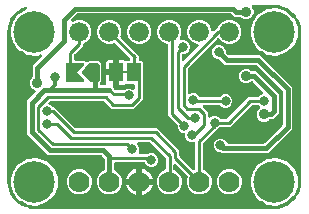
<source format=gbr>
G04 EAGLE Gerber RS-274X export*
G75*
%MOMM*%
%FSLAX34Y34*%
%LPD*%
%INBottom Copper*%
%IPPOS*%
%AMOC8*
5,1,8,0,0,1.08239X$1,22.5*%
G01*
%ADD10C,1.676400*%
%ADD11R,1.168400X1.600200*%
%ADD12R,0.635000X0.203200*%
%ADD13C,1.778000*%
%ADD14C,3.516000*%
%ADD15C,0.381000*%
%ADD16C,0.800100*%
%ADD17C,0.406400*%
%ADD18C,0.254000*%
%ADD19C,0.304800*%
%ADD20C,0.889000*%

G36*
X228622Y2543D02*
X228622Y2543D01*
X228700Y2545D01*
X232077Y2810D01*
X232145Y2824D01*
X232214Y2829D01*
X232370Y2869D01*
X238794Y4956D01*
X238901Y5006D01*
X239012Y5050D01*
X239063Y5083D01*
X239082Y5091D01*
X239097Y5104D01*
X239148Y5136D01*
X244612Y9107D01*
X244699Y9188D01*
X244746Y9227D01*
X244752Y9231D01*
X244753Y9232D01*
X244791Y9264D01*
X244829Y9310D01*
X244844Y9324D01*
X244855Y9342D01*
X244893Y9388D01*
X246586Y11717D01*
X246599Y11741D01*
X246616Y11761D01*
X246675Y11880D01*
X246739Y11996D01*
X246746Y12022D01*
X246758Y12046D01*
X246785Y12174D01*
X246799Y12185D01*
X246823Y12196D01*
X246925Y12281D01*
X247031Y12361D01*
X247048Y12381D01*
X247068Y12398D01*
X247171Y12522D01*
X248864Y14852D01*
X248921Y14956D01*
X248985Y15056D01*
X249007Y15113D01*
X249017Y15131D01*
X249022Y15151D01*
X249044Y15206D01*
X251131Y21630D01*
X251144Y21698D01*
X251167Y21764D01*
X251190Y21923D01*
X251455Y25300D01*
X251455Y25304D01*
X251456Y25307D01*
X251455Y25326D01*
X251459Y25400D01*
X251459Y152400D01*
X251457Y152422D01*
X251455Y152500D01*
X251190Y155877D01*
X251176Y155945D01*
X251171Y156014D01*
X251131Y156170D01*
X249044Y162594D01*
X248993Y162701D01*
X248950Y162812D01*
X248917Y162863D01*
X248909Y162882D01*
X248896Y162897D01*
X248864Y162948D01*
X247171Y165277D01*
X247153Y165297D01*
X247139Y165320D01*
X247044Y165413D01*
X246953Y165509D01*
X246931Y165524D01*
X246912Y165542D01*
X246798Y165608D01*
X246792Y165624D01*
X246789Y165651D01*
X246740Y165775D01*
X246697Y165900D01*
X246682Y165922D01*
X246672Y165947D01*
X246586Y166083D01*
X244893Y168412D01*
X244812Y168499D01*
X244736Y168591D01*
X244690Y168629D01*
X244676Y168644D01*
X244658Y168655D01*
X244612Y168693D01*
X239148Y172664D01*
X239044Y172721D01*
X238944Y172785D01*
X238887Y172807D01*
X238869Y172817D01*
X238849Y172822D01*
X238794Y172844D01*
X232370Y174931D01*
X232302Y174944D01*
X232236Y174967D01*
X232077Y174990D01*
X228700Y175255D01*
X228678Y175254D01*
X228600Y175259D01*
X210622Y175259D01*
X210484Y175242D01*
X210345Y175229D01*
X210326Y175222D01*
X210306Y175219D01*
X210177Y175168D01*
X210046Y175121D01*
X210029Y175110D01*
X210010Y175102D01*
X209898Y175021D01*
X209783Y174943D01*
X209769Y174927D01*
X209753Y174916D01*
X209664Y174808D01*
X209572Y174704D01*
X209563Y174686D01*
X209550Y174671D01*
X209491Y174545D01*
X209428Y174421D01*
X209423Y174401D01*
X209415Y174383D01*
X209389Y174247D01*
X209358Y174111D01*
X209359Y174090D01*
X209355Y174071D01*
X209364Y173932D01*
X209368Y173793D01*
X209373Y173773D01*
X209375Y173753D01*
X209418Y173621D01*
X209456Y173487D01*
X209467Y173470D01*
X209473Y173451D01*
X209547Y173333D01*
X209618Y173213D01*
X209636Y173192D01*
X209643Y173182D01*
X209658Y173168D01*
X209724Y173092D01*
X210064Y172753D01*
X211011Y170466D01*
X211011Y167989D01*
X210064Y165702D01*
X208313Y163951D01*
X206026Y163004D01*
X203549Y163004D01*
X201262Y163951D01*
X200422Y164791D01*
X200344Y164852D01*
X200272Y164920D01*
X200219Y164949D01*
X200171Y164986D01*
X200080Y165025D01*
X199993Y165073D01*
X199935Y165088D01*
X199879Y165112D01*
X199781Y165128D01*
X199685Y165153D01*
X199585Y165159D01*
X199565Y165162D01*
X199553Y165161D01*
X199525Y165163D01*
X194849Y165163D01*
X192363Y167649D01*
X192285Y167709D01*
X192213Y167777D01*
X192160Y167806D01*
X192112Y167843D01*
X192021Y167883D01*
X191934Y167931D01*
X191876Y167946D01*
X191820Y167970D01*
X191722Y167985D01*
X191626Y168010D01*
X191526Y168016D01*
X191506Y168020D01*
X191494Y168018D01*
X191466Y168020D01*
X62026Y168020D01*
X61928Y168008D01*
X61829Y168005D01*
X61771Y167988D01*
X61711Y167980D01*
X61619Y167944D01*
X61524Y167916D01*
X61472Y167886D01*
X61415Y167863D01*
X61335Y167805D01*
X61250Y167755D01*
X61174Y167689D01*
X61158Y167677D01*
X61150Y167667D01*
X61129Y167649D01*
X56708Y163228D01*
X56665Y163172D01*
X56615Y163124D01*
X56568Y163047D01*
X56513Y162976D01*
X56485Y162912D01*
X56449Y162853D01*
X56423Y162767D01*
X56387Y162685D01*
X56376Y162616D01*
X56355Y162549D01*
X56351Y162459D01*
X56337Y162370D01*
X56344Y162301D01*
X56340Y162231D01*
X56358Y162143D01*
X56367Y162054D01*
X56390Y161988D01*
X56404Y161920D01*
X56444Y161839D01*
X56474Y161755D01*
X56514Y161697D01*
X56544Y161634D01*
X56603Y161566D01*
X56653Y161491D01*
X56705Y161445D01*
X56751Y161392D01*
X56824Y161340D01*
X56891Y161281D01*
X56953Y161249D01*
X57011Y161209D01*
X57095Y161177D01*
X57175Y161136D01*
X57243Y161121D01*
X57308Y161096D01*
X57397Y161086D01*
X57485Y161067D01*
X57555Y161069D01*
X57624Y161061D01*
X57713Y161074D01*
X57803Y161076D01*
X57870Y161096D01*
X57939Y161105D01*
X58091Y161158D01*
X61479Y162561D01*
X65521Y162561D01*
X69256Y161014D01*
X72114Y158156D01*
X73661Y154421D01*
X73661Y150379D01*
X72114Y146644D01*
X69256Y143786D01*
X67586Y143095D01*
X67561Y143080D01*
X67533Y143071D01*
X67423Y143001D01*
X67310Y142937D01*
X67289Y142917D01*
X67264Y142901D01*
X67175Y142806D01*
X67082Y142716D01*
X67066Y142691D01*
X67046Y142669D01*
X66983Y142555D01*
X66915Y142445D01*
X66907Y142417D01*
X66892Y142391D01*
X66860Y142265D01*
X66822Y142141D01*
X66820Y142111D01*
X66813Y142083D01*
X66803Y141922D01*
X66803Y140872D01*
X59554Y133624D01*
X59494Y133545D01*
X59426Y133473D01*
X59397Y133420D01*
X59360Y133372D01*
X59320Y133281D01*
X59272Y133195D01*
X59257Y133136D01*
X59233Y133081D01*
X59218Y132983D01*
X59193Y132887D01*
X59187Y132787D01*
X59183Y132766D01*
X59185Y132754D01*
X59183Y132726D01*
X59183Y129040D01*
X59198Y128922D01*
X59205Y128803D01*
X59218Y128765D01*
X59223Y128724D01*
X59266Y128614D01*
X59303Y128501D01*
X59325Y128466D01*
X59340Y128429D01*
X59409Y128333D01*
X59473Y128232D01*
X59503Y128204D01*
X59526Y128171D01*
X59618Y128095D01*
X59705Y128014D01*
X59740Y127994D01*
X59771Y127969D01*
X59879Y127918D01*
X59983Y127860D01*
X60023Y127850D01*
X60059Y127833D01*
X60176Y127811D01*
X60291Y127781D01*
X60351Y127777D01*
X60371Y127773D01*
X60392Y127775D01*
X60452Y127771D01*
X66772Y127771D01*
X66779Y127772D01*
X66796Y127771D01*
X67946Y127793D01*
X68759Y126979D01*
X68765Y126975D01*
X68776Y126963D01*
X68904Y126839D01*
X68990Y126775D01*
X69070Y126704D01*
X69117Y126680D01*
X69159Y126649D01*
X69258Y126608D01*
X69353Y126560D01*
X69405Y126548D01*
X69453Y126528D01*
X69559Y126513D01*
X69664Y126490D01*
X69716Y126491D01*
X69768Y126484D01*
X69875Y126496D01*
X69982Y126499D01*
X70032Y126514D01*
X70084Y126520D01*
X70184Y126558D01*
X70287Y126588D01*
X70332Y126614D01*
X70382Y126633D01*
X70469Y126695D01*
X70561Y126749D01*
X70623Y126804D01*
X70641Y126816D01*
X70652Y126829D01*
X70682Y126855D01*
X70724Y126898D01*
X70733Y126909D01*
X70758Y126933D01*
X71535Y127771D01*
X72678Y127771D01*
X72693Y127773D01*
X72726Y127772D01*
X74011Y127820D01*
X74041Y127809D01*
X74116Y127800D01*
X74188Y127781D01*
X74349Y127771D01*
X80128Y127771D01*
X81765Y126134D01*
X81765Y125901D01*
X81777Y125802D01*
X81780Y125703D01*
X81789Y125674D01*
X81789Y110533D01*
X81775Y110480D01*
X81769Y110380D01*
X81765Y110360D01*
X81767Y110347D01*
X81765Y110319D01*
X81765Y110086D01*
X81271Y109593D01*
X81211Y109515D01*
X81143Y109443D01*
X81114Y109390D01*
X81077Y109342D01*
X81037Y109251D01*
X80989Y109164D01*
X80974Y109106D01*
X80950Y109050D01*
X80935Y108952D01*
X80910Y108856D01*
X80904Y108756D01*
X80900Y108736D01*
X80902Y108724D01*
X80900Y108696D01*
X80900Y108638D01*
X80915Y108520D01*
X80922Y108401D01*
X80935Y108363D01*
X80940Y108322D01*
X80983Y108212D01*
X81020Y108099D01*
X81042Y108064D01*
X81057Y108027D01*
X81126Y107931D01*
X81190Y107830D01*
X81220Y107802D01*
X81243Y107769D01*
X81335Y107693D01*
X81422Y107612D01*
X81457Y107592D01*
X81488Y107567D01*
X81596Y107516D01*
X81700Y107458D01*
X81740Y107448D01*
X81776Y107431D01*
X81893Y107409D01*
X82008Y107379D01*
X82068Y107375D01*
X82088Y107371D01*
X82109Y107373D01*
X82169Y107369D01*
X85223Y107369D01*
X85356Y107385D01*
X85473Y107394D01*
X85494Y107401D01*
X85521Y107404D01*
X85529Y107407D01*
X85538Y107409D01*
X85663Y107458D01*
X85774Y107495D01*
X85793Y107507D01*
X85818Y107517D01*
X85826Y107522D01*
X85834Y107526D01*
X85943Y107605D01*
X86041Y107668D01*
X86056Y107685D01*
X86078Y107700D01*
X86084Y107707D01*
X86091Y107712D01*
X86177Y107816D01*
X86257Y107902D01*
X86267Y107922D01*
X86284Y107942D01*
X86288Y107950D01*
X86294Y107957D01*
X86351Y108078D01*
X86407Y108182D01*
X86413Y108204D01*
X86424Y108228D01*
X86426Y108237D01*
X86430Y108245D01*
X86455Y108375D01*
X86483Y108491D01*
X86483Y108514D01*
X86488Y108539D01*
X86488Y108549D01*
X86490Y108557D01*
X86482Y108688D01*
X86480Y108809D01*
X86474Y108842D01*
X86473Y108857D01*
X86470Y108866D01*
X86470Y108875D01*
X86463Y108897D01*
X86449Y108967D01*
X86232Y109775D01*
X86232Y115571D01*
X92076Y115571D01*
X92076Y106774D01*
X92054Y106730D01*
X92049Y106710D01*
X92040Y106692D01*
X92014Y106555D01*
X91984Y106420D01*
X91984Y106399D01*
X91981Y106380D01*
X91989Y106241D01*
X91994Y106102D01*
X91999Y106082D01*
X92000Y106062D01*
X92043Y105930D01*
X92082Y105796D01*
X92092Y105779D01*
X92098Y105760D01*
X92173Y105642D01*
X92243Y105522D01*
X92262Y105501D01*
X92269Y105491D01*
X92284Y105477D01*
X92350Y105402D01*
X92764Y104988D01*
X92764Y104436D01*
X92776Y104337D01*
X92779Y104238D01*
X92796Y104180D01*
X92804Y104120D01*
X92840Y104028D01*
X92868Y103933D01*
X92898Y103881D01*
X92921Y103825D01*
X92979Y103744D01*
X93029Y103659D01*
X93095Y103584D01*
X93107Y103567D01*
X93117Y103559D01*
X93136Y103538D01*
X93505Y103168D01*
X93584Y103108D01*
X93656Y103040D01*
X93709Y103011D01*
X93757Y102974D01*
X93848Y102934D01*
X93934Y102886D01*
X93993Y102871D01*
X94048Y102847D01*
X94146Y102832D01*
X94242Y102807D01*
X94342Y102801D01*
X94363Y102797D01*
X94375Y102799D01*
X94403Y102797D01*
X100768Y102797D01*
X100866Y102809D01*
X100965Y102812D01*
X101023Y102829D01*
X101083Y102837D01*
X101176Y102873D01*
X101271Y102901D01*
X101323Y102931D01*
X101379Y102954D01*
X101459Y103012D01*
X101545Y103062D01*
X101620Y103128D01*
X101637Y103140D01*
X101644Y103150D01*
X101646Y103151D01*
X101651Y103155D01*
X101654Y103158D01*
X101665Y103169D01*
X102012Y103515D01*
X104136Y104395D01*
X106435Y104395D01*
X108607Y103495D01*
X108655Y103482D01*
X108700Y103461D01*
X108808Y103440D01*
X108914Y103411D01*
X108964Y103410D01*
X109013Y103401D01*
X109122Y103408D01*
X109232Y103406D01*
X109280Y103418D01*
X109330Y103421D01*
X109434Y103454D01*
X109541Y103480D01*
X109585Y103503D01*
X109632Y103519D01*
X109725Y103577D01*
X109822Y103629D01*
X109859Y103662D01*
X109901Y103689D01*
X109976Y103769D01*
X110058Y103843D01*
X110085Y103884D01*
X110119Y103920D01*
X110172Y104017D01*
X110232Y104108D01*
X110249Y104155D01*
X110273Y104199D01*
X110300Y104305D01*
X110336Y104409D01*
X110340Y104459D01*
X110352Y104507D01*
X110362Y104668D01*
X110362Y107061D01*
X110347Y107179D01*
X110340Y107298D01*
X110327Y107336D01*
X110322Y107377D01*
X110279Y107487D01*
X110242Y107600D01*
X110220Y107635D01*
X110205Y107672D01*
X110136Y107768D01*
X110072Y107869D01*
X110042Y107897D01*
X110019Y107930D01*
X109927Y108006D01*
X109840Y108087D01*
X109805Y108107D01*
X109774Y108132D01*
X109666Y108183D01*
X109562Y108241D01*
X109522Y108251D01*
X109486Y108268D01*
X109369Y108290D01*
X109254Y108320D01*
X109194Y108324D01*
X109174Y108328D01*
X109153Y108326D01*
X109093Y108330D01*
X102797Y108330D01*
X102699Y108318D01*
X102695Y108318D01*
X102612Y108316D01*
X102609Y108315D01*
X102600Y108315D01*
X102542Y108298D01*
X102482Y108290D01*
X102391Y108255D01*
X102306Y108231D01*
X102300Y108228D01*
X102294Y108226D01*
X102281Y108219D01*
X102206Y108181D01*
X102186Y108173D01*
X102177Y108167D01*
X102162Y108159D01*
X101438Y107741D01*
X100791Y107568D01*
X97154Y107568D01*
X97154Y116840D01*
X97139Y116958D01*
X97132Y117077D01*
X97119Y117115D01*
X97114Y117155D01*
X97070Y117266D01*
X97034Y117379D01*
X97012Y117414D01*
X96997Y117451D01*
X96927Y117547D01*
X96864Y117648D01*
X96834Y117676D01*
X96810Y117708D01*
X96719Y117784D01*
X96632Y117866D01*
X96597Y117885D01*
X96565Y117911D01*
X96458Y117962D01*
X96354Y118019D01*
X96314Y118030D01*
X96278Y118047D01*
X96161Y118069D01*
X96046Y118099D01*
X95985Y118103D01*
X95965Y118107D01*
X95945Y118105D01*
X95885Y118109D01*
X94614Y118109D01*
X94614Y118111D01*
X95885Y118111D01*
X96003Y118126D01*
X96122Y118133D01*
X96160Y118146D01*
X96200Y118151D01*
X96311Y118195D01*
X96424Y118231D01*
X96459Y118253D01*
X96496Y118268D01*
X96592Y118338D01*
X96693Y118401D01*
X96721Y118431D01*
X96753Y118455D01*
X96829Y118546D01*
X96911Y118633D01*
X96930Y118668D01*
X96956Y118700D01*
X97007Y118807D01*
X97064Y118911D01*
X97075Y118951D01*
X97092Y118987D01*
X97114Y119104D01*
X97144Y119219D01*
X97148Y119280D01*
X97152Y119300D01*
X97150Y119320D01*
X97154Y119380D01*
X97154Y128652D01*
X100791Y128652D01*
X101438Y128479D01*
X102150Y128068D01*
X102151Y128067D01*
X102153Y128066D01*
X102162Y128061D01*
X102244Y128026D01*
X102329Y127979D01*
X102387Y127964D01*
X102443Y127940D01*
X102451Y127939D01*
X102455Y127937D01*
X102541Y127924D01*
X102636Y127900D01*
X102736Y127894D01*
X102757Y127890D01*
X102766Y127891D01*
X102770Y127891D01*
X102774Y127891D01*
X102797Y127890D01*
X105218Y127890D01*
X105307Y127901D01*
X105396Y127902D01*
X105464Y127921D01*
X105534Y127930D01*
X105617Y127962D01*
X105703Y127986D01*
X105764Y128021D01*
X105830Y128047D01*
X105902Y128099D01*
X105979Y128143D01*
X106030Y128192D01*
X106087Y128233D01*
X106144Y128302D01*
X106208Y128364D01*
X106245Y128424D01*
X106290Y128478D01*
X106328Y128559D01*
X106374Y128635D01*
X106395Y128702D01*
X106425Y128766D01*
X106442Y128854D01*
X106468Y128939D01*
X106482Y129064D01*
X106485Y129078D01*
X106485Y129085D01*
X106486Y129099D01*
X106507Y129535D01*
X106497Y129663D01*
X106493Y129792D01*
X106485Y129821D01*
X106482Y129852D01*
X106440Y129974D01*
X106405Y130098D01*
X106389Y130124D01*
X106379Y130153D01*
X106309Y130260D01*
X106243Y130372D01*
X106214Y130404D01*
X106205Y130419D01*
X106189Y130433D01*
X106137Y130492D01*
X93974Y142656D01*
X93950Y142674D01*
X93931Y142696D01*
X93825Y142771D01*
X93722Y142851D01*
X93695Y142862D01*
X93671Y142879D01*
X93550Y142925D01*
X93431Y142977D01*
X93401Y142982D01*
X93374Y142992D01*
X93245Y143006D01*
X93116Y143027D01*
X93087Y143024D01*
X93058Y143027D01*
X92929Y143009D01*
X92800Y142997D01*
X92772Y142987D01*
X92743Y142983D01*
X92590Y142931D01*
X90921Y142239D01*
X86879Y142239D01*
X83144Y143786D01*
X80286Y146644D01*
X78739Y150379D01*
X78739Y154421D01*
X80286Y158156D01*
X83144Y161014D01*
X86879Y162561D01*
X90921Y162561D01*
X94656Y161014D01*
X97514Y158156D01*
X99061Y154421D01*
X99061Y150379D01*
X98369Y148710D01*
X98361Y148681D01*
X98348Y148655D01*
X98320Y148528D01*
X98285Y148403D01*
X98285Y148373D01*
X98278Y148345D01*
X98282Y148215D01*
X98280Y148085D01*
X98287Y148056D01*
X98288Y148027D01*
X98324Y147902D01*
X98354Y147776D01*
X98368Y147749D01*
X98376Y147721D01*
X98442Y147610D01*
X98503Y147494D01*
X98523Y147473D01*
X98538Y147447D01*
X98644Y147326D01*
X111485Y134486D01*
X111539Y134444D01*
X111587Y134394D01*
X111664Y134347D01*
X111736Y134291D01*
X111799Y134264D01*
X111813Y134255D01*
X112770Y133203D01*
X112783Y133192D01*
X112811Y133159D01*
X113768Y132203D01*
X113703Y130852D01*
X113705Y130835D01*
X113702Y130792D01*
X113702Y129159D01*
X113717Y129041D01*
X113724Y128922D01*
X113737Y128884D01*
X113742Y128843D01*
X113786Y128733D01*
X113822Y128620D01*
X113844Y128585D01*
X113859Y128548D01*
X113929Y128452D01*
X113993Y128351D01*
X114022Y128323D01*
X114046Y128290D01*
X114137Y128214D01*
X114224Y128133D01*
X114260Y128113D01*
X114291Y128088D01*
X114398Y128037D01*
X114503Y127979D01*
X114542Y127969D01*
X114578Y127952D01*
X114695Y127930D01*
X114811Y127900D01*
X114871Y127896D01*
X114891Y127892D01*
X114911Y127894D01*
X114971Y127890D01*
X116434Y127890D01*
X117476Y126848D01*
X117476Y109372D01*
X117340Y109236D01*
X117279Y109158D01*
X117211Y109086D01*
X117182Y109033D01*
X117145Y108985D01*
X117105Y108894D01*
X117057Y108807D01*
X117042Y108749D01*
X117018Y108693D01*
X117003Y108595D01*
X116978Y108499D01*
X116972Y108399D01*
X116968Y108379D01*
X116970Y108367D01*
X116968Y108339D01*
X116968Y95152D01*
X114662Y92846D01*
X114661Y92846D01*
X109318Y87502D01*
X90707Y87502D01*
X88401Y89808D01*
X88401Y89809D01*
X84729Y93481D01*
X84650Y93541D01*
X84578Y93609D01*
X84525Y93638D01*
X84477Y93675D01*
X84386Y93715D01*
X84300Y93763D01*
X84241Y93778D01*
X84186Y93802D01*
X84088Y93817D01*
X83992Y93842D01*
X83892Y93848D01*
X83872Y93852D01*
X83859Y93850D01*
X83831Y93852D01*
X39208Y93852D01*
X39110Y93840D01*
X39011Y93837D01*
X38953Y93820D01*
X38892Y93812D01*
X38800Y93776D01*
X38705Y93748D01*
X38653Y93718D01*
X38597Y93695D01*
X38517Y93637D01*
X38431Y93587D01*
X38356Y93521D01*
X38339Y93509D01*
X38332Y93499D01*
X38311Y93481D01*
X37684Y92854D01*
X37654Y92815D01*
X37617Y92782D01*
X37557Y92690D01*
X37489Y92603D01*
X37469Y92557D01*
X37442Y92516D01*
X37407Y92412D01*
X37363Y92311D01*
X37355Y92262D01*
X37339Y92215D01*
X37330Y92106D01*
X37313Y91997D01*
X37318Y91948D01*
X37314Y91898D01*
X37333Y91790D01*
X37343Y91680D01*
X37360Y91634D01*
X37368Y91585D01*
X37413Y91484D01*
X37450Y91381D01*
X37478Y91340D01*
X37499Y91295D01*
X37567Y91209D01*
X37629Y91118D01*
X37666Y91085D01*
X37697Y91046D01*
X37785Y90980D01*
X37867Y90907D01*
X37912Y90885D01*
X37951Y90855D01*
X38096Y90784D01*
X39469Y90215D01*
X40694Y88991D01*
X40772Y88930D01*
X40844Y88862D01*
X40897Y88833D01*
X40945Y88796D01*
X41036Y88756D01*
X41122Y88708D01*
X41181Y88693D01*
X41237Y88669D01*
X41335Y88654D01*
X41430Y88629D01*
X41530Y88623D01*
X41551Y88619D01*
X41563Y88621D01*
X41591Y88619D01*
X42367Y88619D01*
X59747Y71238D01*
X59825Y71178D01*
X59897Y71110D01*
X59950Y71081D01*
X59998Y71044D01*
X60089Y71004D01*
X60176Y70956D01*
X60234Y70941D01*
X60290Y70917D01*
X60388Y70902D01*
X60484Y70877D01*
X60584Y70871D01*
X60604Y70867D01*
X60616Y70869D01*
X60644Y70867D01*
X129384Y70867D01*
X148083Y52168D01*
X148083Y47614D01*
X148095Y47516D01*
X148098Y47417D01*
X148115Y47358D01*
X148123Y47298D01*
X148159Y47206D01*
X148187Y47111D01*
X148217Y47059D01*
X148240Y47003D01*
X148298Y46923D01*
X148348Y46837D01*
X148414Y46762D01*
X148426Y46745D01*
X148436Y46737D01*
X148454Y46716D01*
X159631Y35540D01*
X159740Y35455D01*
X159847Y35366D01*
X159866Y35358D01*
X159882Y35345D01*
X160010Y35290D01*
X160135Y35231D01*
X160155Y35227D01*
X160174Y35219D01*
X160312Y35197D01*
X160448Y35171D01*
X160468Y35172D01*
X160488Y35169D01*
X160627Y35182D01*
X160765Y35191D01*
X160784Y35197D01*
X160804Y35199D01*
X160936Y35246D01*
X161067Y35289D01*
X161085Y35300D01*
X161104Y35307D01*
X161219Y35385D01*
X161336Y35459D01*
X161350Y35474D01*
X161367Y35485D01*
X161459Y35589D01*
X161554Y35691D01*
X161564Y35708D01*
X161577Y35724D01*
X161641Y35848D01*
X161708Y35969D01*
X161713Y35989D01*
X161722Y36007D01*
X161752Y36143D01*
X161787Y36277D01*
X161789Y36305D01*
X161792Y36317D01*
X161791Y36338D01*
X161797Y36438D01*
X161797Y57967D01*
X161791Y58016D01*
X161793Y58066D01*
X161771Y58174D01*
X161757Y58283D01*
X161739Y58329D01*
X161729Y58378D01*
X161681Y58476D01*
X161640Y58578D01*
X161611Y58618D01*
X161589Y58663D01*
X161518Y58747D01*
X161454Y58836D01*
X161415Y58867D01*
X161383Y58905D01*
X161293Y58968D01*
X161209Y59039D01*
X161164Y59060D01*
X161123Y59088D01*
X161020Y59127D01*
X160921Y59174D01*
X160872Y59183D01*
X160826Y59201D01*
X160716Y59213D01*
X160609Y59234D01*
X160559Y59231D01*
X160509Y59236D01*
X160400Y59221D01*
X160291Y59214D01*
X160244Y59199D01*
X160195Y59192D01*
X160055Y59144D01*
X157754Y59144D01*
X155630Y60024D01*
X154004Y61650D01*
X153124Y63774D01*
X153124Y65342D01*
X153109Y65460D01*
X153102Y65578D01*
X153089Y65617D01*
X153084Y65657D01*
X153041Y65768D01*
X153004Y65881D01*
X152982Y65915D01*
X152967Y65953D01*
X152897Y66049D01*
X152834Y66150D01*
X152804Y66177D01*
X152780Y66210D01*
X152689Y66286D01*
X152602Y66368D01*
X152567Y66387D01*
X152536Y66413D01*
X152428Y66464D01*
X152324Y66521D01*
X152284Y66531D01*
X152248Y66548D01*
X152131Y66571D01*
X152016Y66601D01*
X151955Y66604D01*
X151935Y66608D01*
X151915Y66607D01*
X151855Y66611D01*
X151250Y66611D01*
X149126Y67491D01*
X147501Y69116D01*
X146621Y71240D01*
X146621Y72973D01*
X146608Y73071D01*
X146605Y73170D01*
X146589Y73228D01*
X146581Y73288D01*
X146544Y73380D01*
X146517Y73475D01*
X146486Y73528D01*
X146464Y73584D01*
X146406Y73664D01*
X146355Y73749D01*
X146289Y73825D01*
X146277Y73841D01*
X146268Y73849D01*
X146249Y73870D01*
X138302Y81817D01*
X138302Y141133D01*
X138299Y141162D01*
X138301Y141192D01*
X138279Y141320D01*
X138262Y141449D01*
X138252Y141476D01*
X138247Y141505D01*
X138193Y141624D01*
X138145Y141744D01*
X138128Y141768D01*
X138116Y141795D01*
X138035Y141896D01*
X137959Y142002D01*
X137936Y142020D01*
X137917Y142043D01*
X137814Y142122D01*
X137714Y142204D01*
X137687Y142217D01*
X137663Y142235D01*
X137519Y142306D01*
X133944Y143786D01*
X131086Y146644D01*
X129539Y150379D01*
X129539Y154421D01*
X131086Y158156D01*
X133944Y161014D01*
X137679Y162561D01*
X141721Y162561D01*
X145456Y161014D01*
X148314Y158156D01*
X149861Y154421D01*
X149861Y150379D01*
X148489Y147066D01*
X148452Y146932D01*
X148411Y146799D01*
X148410Y146779D01*
X148405Y146760D01*
X148402Y146620D01*
X148396Y146482D01*
X148400Y146462D01*
X148400Y146442D01*
X148432Y146306D01*
X148460Y146170D01*
X148469Y146152D01*
X148474Y146132D01*
X148539Y146009D01*
X148600Y145885D01*
X148613Y145869D01*
X148623Y145851D01*
X148716Y145749D01*
X148806Y145643D01*
X148823Y145631D01*
X148836Y145616D01*
X148953Y145540D01*
X149066Y145460D01*
X149085Y145452D01*
X149102Y145441D01*
X149234Y145396D01*
X149364Y145347D01*
X149384Y145345D01*
X149403Y145338D01*
X149542Y145327D01*
X149680Y145312D01*
X149700Y145314D01*
X149720Y145313D01*
X149857Y145337D01*
X149995Y145356D01*
X150021Y145365D01*
X150033Y145367D01*
X150052Y145376D01*
X150065Y145380D01*
X152379Y145380D01*
X154503Y144500D01*
X156129Y142875D01*
X157008Y140750D01*
X157008Y138451D01*
X156129Y136327D01*
X154503Y134701D01*
X152379Y133822D01*
X151257Y133822D01*
X151139Y133807D01*
X151020Y133799D01*
X150982Y133787D01*
X150941Y133782D01*
X150831Y133738D01*
X150718Y133701D01*
X150683Y133680D01*
X150646Y133665D01*
X150550Y133595D01*
X150449Y133531D01*
X150421Y133502D01*
X150388Y133478D01*
X150312Y133386D01*
X150231Y133300D01*
X150211Y133264D01*
X150186Y133233D01*
X150135Y133125D01*
X150077Y133021D01*
X150067Y132982D01*
X150050Y132945D01*
X150028Y132828D01*
X149998Y132713D01*
X149994Y132653D01*
X149990Y132633D01*
X149992Y132613D01*
X149988Y132552D01*
X149988Y128858D01*
X150005Y128721D01*
X150018Y128582D01*
X150025Y128563D01*
X150028Y128543D01*
X150079Y128414D01*
X150126Y128283D01*
X150137Y128266D01*
X150145Y128247D01*
X150226Y128135D01*
X150304Y128019D01*
X150320Y128006D01*
X150331Y127990D01*
X150439Y127901D01*
X150543Y127809D01*
X150561Y127800D01*
X150576Y127787D01*
X150702Y127728D01*
X150826Y127664D01*
X150846Y127660D01*
X150864Y127651D01*
X151000Y127625D01*
X151136Y127595D01*
X151157Y127595D01*
X151176Y127592D01*
X151315Y127600D01*
X151454Y127604D01*
X151474Y127610D01*
X151494Y127611D01*
X151626Y127654D01*
X151760Y127693D01*
X151777Y127703D01*
X151796Y127709D01*
X151914Y127784D01*
X152034Y127854D01*
X152055Y127873D01*
X152065Y127879D01*
X152079Y127894D01*
X152154Y127961D01*
X164266Y140073D01*
X164352Y140182D01*
X164440Y140289D01*
X164449Y140308D01*
X164461Y140324D01*
X164517Y140452D01*
X164576Y140577D01*
X164579Y140597D01*
X164588Y140616D01*
X164609Y140754D01*
X164635Y140890D01*
X164634Y140910D01*
X164637Y140930D01*
X164624Y141069D01*
X164616Y141207D01*
X164609Y141226D01*
X164608Y141246D01*
X164560Y141378D01*
X164518Y141509D01*
X164507Y141527D01*
X164500Y141546D01*
X164422Y141661D01*
X164348Y141778D01*
X164333Y141792D01*
X164321Y141809D01*
X164217Y141901D01*
X164116Y141996D01*
X164098Y142006D01*
X164083Y142019D01*
X163959Y142082D01*
X163837Y142150D01*
X163818Y142155D01*
X163800Y142164D01*
X163664Y142194D01*
X163529Y142229D01*
X163501Y142231D01*
X163489Y142234D01*
X163469Y142233D01*
X163369Y142239D01*
X163079Y142239D01*
X159344Y143786D01*
X156486Y146644D01*
X154939Y150379D01*
X154939Y154421D01*
X156486Y158156D01*
X159344Y161014D01*
X163079Y162561D01*
X167121Y162561D01*
X170856Y161014D01*
X173714Y158156D01*
X175261Y154421D01*
X175261Y154131D01*
X175278Y153994D01*
X175291Y153855D01*
X175298Y153836D01*
X175301Y153816D01*
X175352Y153687D01*
X175399Y153556D01*
X175410Y153539D01*
X175418Y153520D01*
X175499Y153408D01*
X175577Y153292D01*
X175593Y153279D01*
X175604Y153263D01*
X175712Y153174D01*
X175816Y153082D01*
X175834Y153073D01*
X175849Y153060D01*
X175975Y153001D01*
X176099Y152937D01*
X176119Y152933D01*
X176137Y152924D01*
X176273Y152898D01*
X176409Y152868D01*
X176430Y152868D01*
X176449Y152865D01*
X176588Y152873D01*
X176727Y152877D01*
X176747Y152883D01*
X176767Y152884D01*
X176899Y152927D01*
X177033Y152966D01*
X177050Y152976D01*
X177069Y152982D01*
X177187Y153057D01*
X177307Y153127D01*
X177328Y153146D01*
X177338Y153152D01*
X177352Y153167D01*
X177427Y153234D01*
X179896Y155703D01*
X180022Y155703D01*
X180051Y155706D01*
X180081Y155704D01*
X180209Y155726D01*
X180338Y155743D01*
X180365Y155753D01*
X180394Y155758D01*
X180513Y155812D01*
X180633Y155860D01*
X180657Y155877D01*
X180684Y155889D01*
X180785Y155970D01*
X180891Y156046D01*
X180909Y156069D01*
X180933Y156088D01*
X181011Y156191D01*
X181093Y156291D01*
X181106Y156318D01*
X181124Y156342D01*
X181195Y156486D01*
X181886Y158156D01*
X184744Y161014D01*
X188479Y162561D01*
X192521Y162561D01*
X196256Y161014D01*
X199114Y158156D01*
X200661Y154421D01*
X200661Y150379D01*
X199114Y146644D01*
X196256Y143786D01*
X192521Y142239D01*
X188479Y142239D01*
X184744Y143786D01*
X181930Y146600D01*
X181836Y146673D01*
X181747Y146752D01*
X181711Y146770D01*
X181679Y146795D01*
X181570Y146842D01*
X181464Y146896D01*
X181424Y146905D01*
X181387Y146921D01*
X181270Y146940D01*
X181154Y146966D01*
X181113Y146965D01*
X181073Y146971D01*
X180955Y146960D01*
X180836Y146956D01*
X180797Y146945D01*
X180757Y146941D01*
X180644Y146901D01*
X180530Y146868D01*
X180495Y146848D01*
X180457Y146834D01*
X180359Y146767D01*
X180256Y146707D01*
X180211Y146667D01*
X180194Y146655D01*
X180181Y146640D01*
X180135Y146600D01*
X155439Y121904D01*
X155379Y121826D01*
X155311Y121754D01*
X155282Y121701D01*
X155245Y121653D01*
X155205Y121562D01*
X155157Y121475D01*
X155142Y121417D01*
X155118Y121361D01*
X155103Y121263D01*
X155078Y121167D01*
X155072Y121067D01*
X155068Y121047D01*
X155070Y121035D01*
X155068Y121007D01*
X155068Y100984D01*
X155074Y100935D01*
X155072Y100886D01*
X155094Y100778D01*
X155108Y100669D01*
X155126Y100623D01*
X155136Y100574D01*
X155184Y100475D01*
X155225Y100373D01*
X155254Y100333D01*
X155276Y100288D01*
X155347Y100205D01*
X155411Y100116D01*
X155450Y100084D01*
X155482Y100046D01*
X155572Y99983D01*
X155656Y99913D01*
X155701Y99892D01*
X155742Y99863D01*
X155845Y99824D01*
X155944Y99778D01*
X155993Y99768D01*
X156039Y99751D01*
X156149Y99738D01*
X156256Y99718D01*
X156306Y99721D01*
X156355Y99715D01*
X156464Y99731D01*
X156574Y99738D01*
X156621Y99753D01*
X156670Y99760D01*
X156823Y99812D01*
X158827Y100642D01*
X161127Y100642D01*
X163251Y99762D01*
X164876Y98137D01*
X164906Y98066D01*
X164920Y98041D01*
X164929Y98013D01*
X164999Y97903D01*
X165063Y97790D01*
X165084Y97769D01*
X165099Y97744D01*
X165194Y97655D01*
X165284Y97562D01*
X165310Y97546D01*
X165331Y97526D01*
X165445Y97463D01*
X165556Y97395D01*
X165584Y97387D01*
X165610Y97372D01*
X165735Y97340D01*
X165859Y97302D01*
X165889Y97300D01*
X165918Y97293D01*
X166078Y97283D01*
X181929Y97283D01*
X182027Y97295D01*
X182126Y97298D01*
X182184Y97315D01*
X182244Y97323D01*
X182337Y97359D01*
X182432Y97387D01*
X182484Y97417D01*
X182540Y97440D01*
X182620Y97498D01*
X182706Y97548D01*
X182781Y97614D01*
X182797Y97626D01*
X182805Y97636D01*
X182826Y97654D01*
X184051Y98879D01*
X186175Y99759D01*
X188475Y99759D01*
X190599Y98879D01*
X192224Y97254D01*
X193104Y95130D01*
X193104Y92830D01*
X192224Y90706D01*
X190599Y89081D01*
X188475Y88201D01*
X186175Y88201D01*
X184051Y89081D01*
X182826Y90306D01*
X182748Y90366D01*
X182676Y90434D01*
X182623Y90463D01*
X182575Y90500D01*
X182484Y90540D01*
X182398Y90588D01*
X182339Y90603D01*
X182283Y90627D01*
X182185Y90642D01*
X182090Y90667D01*
X181990Y90673D01*
X181969Y90677D01*
X181957Y90675D01*
X181929Y90677D01*
X169161Y90677D01*
X169024Y90660D01*
X168885Y90647D01*
X168866Y90640D01*
X168846Y90637D01*
X168717Y90586D01*
X168586Y90539D01*
X168569Y90528D01*
X168550Y90520D01*
X168438Y90439D01*
X168323Y90361D01*
X168309Y90345D01*
X168293Y90334D01*
X168204Y90226D01*
X168112Y90122D01*
X168103Y90104D01*
X168090Y90089D01*
X168031Y89963D01*
X167968Y89839D01*
X167963Y89819D01*
X167955Y89801D01*
X167928Y89665D01*
X167898Y89529D01*
X167899Y89508D01*
X167895Y89489D01*
X167903Y89350D01*
X167908Y89211D01*
X167913Y89191D01*
X167915Y89171D01*
X167957Y89039D01*
X167996Y88905D01*
X168006Y88888D01*
X168013Y88869D01*
X168087Y88751D01*
X168158Y88631D01*
X168176Y88610D01*
X168183Y88600D01*
X168198Y88586D01*
X168264Y88511D01*
X172257Y84518D01*
X172257Y81068D01*
X172274Y80930D01*
X172287Y80792D01*
X172294Y80773D01*
X172297Y80752D01*
X172348Y80623D01*
X172395Y80492D01*
X172406Y80476D01*
X172414Y80457D01*
X172495Y80344D01*
X172573Y80229D01*
X172589Y80216D01*
X172600Y80199D01*
X172707Y80111D01*
X172812Y80019D01*
X172830Y80010D01*
X172845Y79997D01*
X172971Y79938D01*
X173095Y79874D01*
X173115Y79870D01*
X173133Y79861D01*
X173269Y79835D01*
X173405Y79805D01*
X173426Y79805D01*
X173445Y79801D01*
X173584Y79810D01*
X173723Y79814D01*
X173743Y79820D01*
X173763Y79821D01*
X173895Y79864D01*
X174029Y79903D01*
X174046Y79913D01*
X174065Y79919D01*
X174183Y79993D01*
X174303Y80064D01*
X174324Y80083D01*
X174334Y80089D01*
X174348Y80104D01*
X174424Y80171D01*
X174717Y80464D01*
X176841Y81344D01*
X179141Y81344D01*
X181265Y80464D01*
X182490Y79239D01*
X182568Y79179D01*
X182640Y79111D01*
X182693Y79082D01*
X182741Y79045D01*
X182832Y79005D01*
X182918Y78957D01*
X182977Y78942D01*
X183033Y78918D01*
X183131Y78903D01*
X183226Y78878D01*
X183326Y78872D01*
X183347Y78868D01*
X183359Y78870D01*
X183387Y78868D01*
X187971Y78868D01*
X188069Y78880D01*
X188168Y78883D01*
X188227Y78900D01*
X188287Y78908D01*
X188379Y78944D01*
X188474Y78972D01*
X188526Y79002D01*
X188582Y79025D01*
X188662Y79083D01*
X188748Y79133D01*
X188823Y79199D01*
X188840Y79211D01*
X188848Y79221D01*
X188869Y79239D01*
X206912Y97283D01*
X214314Y97283D01*
X214412Y97295D01*
X214511Y97298D01*
X214569Y97315D01*
X214629Y97323D01*
X214722Y97359D01*
X214817Y97387D01*
X214869Y97417D01*
X214925Y97440D01*
X215005Y97498D01*
X215091Y97548D01*
X215166Y97614D01*
X215182Y97626D01*
X215190Y97636D01*
X215211Y97654D01*
X216436Y98879D01*
X218565Y99761D01*
X218609Y99786D01*
X218655Y99803D01*
X218746Y99864D01*
X218842Y99919D01*
X218877Y99953D01*
X218918Y99981D01*
X218991Y100064D01*
X219070Y100140D01*
X219096Y100182D01*
X219129Y100220D01*
X219179Y100318D01*
X219236Y100411D01*
X219251Y100459D01*
X219274Y100503D01*
X219298Y100610D01*
X219330Y100715D01*
X219332Y100765D01*
X219343Y100813D01*
X219340Y100923D01*
X219345Y101033D01*
X219335Y101081D01*
X219334Y101131D01*
X219303Y101237D01*
X219281Y101344D01*
X219259Y101389D01*
X219245Y101437D01*
X219189Y101531D01*
X219141Y101630D01*
X219109Y101668D01*
X219084Y101711D01*
X218977Y101831D01*
X210606Y110202D01*
X210512Y110276D01*
X210423Y110354D01*
X210387Y110373D01*
X210355Y110397D01*
X210246Y110445D01*
X210140Y110499D01*
X210100Y110508D01*
X210063Y110524D01*
X209945Y110542D01*
X209829Y110568D01*
X209789Y110567D01*
X209749Y110574D01*
X209630Y110562D01*
X209511Y110559D01*
X209473Y110548D01*
X209432Y110544D01*
X209320Y110503D01*
X209206Y110470D01*
X209171Y110450D01*
X209133Y110436D01*
X209035Y110369D01*
X208932Y110309D01*
X208887Y110269D01*
X208870Y110258D01*
X208856Y110242D01*
X208811Y110202D01*
X208385Y109777D01*
X206098Y108829D01*
X203622Y108829D01*
X201335Y109777D01*
X199584Y111528D01*
X198636Y113815D01*
X198636Y116291D01*
X199584Y118578D01*
X201335Y120329D01*
X203622Y121277D01*
X206098Y121277D01*
X208385Y120329D01*
X209225Y119489D01*
X209303Y119429D01*
X209376Y119361D01*
X209429Y119332D01*
X209476Y119295D01*
X209567Y119255D01*
X209654Y119207D01*
X209713Y119192D01*
X209768Y119168D01*
X209866Y119153D01*
X209962Y119128D01*
X210062Y119122D01*
X210082Y119118D01*
X210095Y119120D01*
X210123Y119118D01*
X213188Y119118D01*
X232665Y99641D01*
X232665Y83406D01*
X227744Y78485D01*
X224973Y78485D01*
X224875Y78473D01*
X224775Y78470D01*
X224717Y78453D01*
X224657Y78445D01*
X224565Y78409D01*
X224470Y78381D01*
X224418Y78351D01*
X224361Y78328D01*
X224281Y78270D01*
X224196Y78220D01*
X224121Y78154D01*
X224104Y78142D01*
X224096Y78132D01*
X224075Y78114D01*
X223235Y77274D01*
X220948Y76326D01*
X218472Y76326D01*
X216185Y77274D01*
X214434Y79025D01*
X213486Y81312D01*
X213486Y83788D01*
X214434Y86075D01*
X216040Y87682D01*
X216113Y87776D01*
X216192Y87865D01*
X216210Y87901D01*
X216235Y87933D01*
X216282Y88043D01*
X216336Y88148D01*
X216345Y88188D01*
X216361Y88225D01*
X216380Y88343D01*
X216406Y88459D01*
X216405Y88499D01*
X216411Y88539D01*
X216400Y88658D01*
X216396Y88777D01*
X216385Y88815D01*
X216381Y88856D01*
X216341Y88968D01*
X216308Y89082D01*
X216288Y89117D01*
X216274Y89155D01*
X216207Y89253D01*
X216147Y89356D01*
X216107Y89401D01*
X216095Y89418D01*
X216080Y89432D01*
X216040Y89477D01*
X215211Y90306D01*
X215133Y90366D01*
X215061Y90434D01*
X215008Y90463D01*
X214960Y90500D01*
X214869Y90540D01*
X214783Y90588D01*
X214724Y90603D01*
X214668Y90627D01*
X214570Y90642D01*
X214475Y90667D01*
X214375Y90673D01*
X214354Y90677D01*
X214342Y90675D01*
X214314Y90677D01*
X210174Y90677D01*
X210076Y90665D01*
X209977Y90662D01*
X209918Y90645D01*
X209858Y90637D01*
X209766Y90601D01*
X209671Y90573D01*
X209619Y90543D01*
X209563Y90520D01*
X209483Y90462D01*
X209397Y90412D01*
X209322Y90346D01*
X209305Y90334D01*
X209297Y90324D01*
X209276Y90306D01*
X191233Y72262D01*
X183387Y72262D01*
X183289Y72250D01*
X183190Y72247D01*
X183132Y72230D01*
X183072Y72222D01*
X182980Y72186D01*
X182884Y72158D01*
X182832Y72128D01*
X182776Y72105D01*
X182696Y72047D01*
X182610Y71997D01*
X182535Y71931D01*
X182518Y71919D01*
X182511Y71909D01*
X182490Y71891D01*
X181265Y70666D01*
X180613Y70396D01*
X180605Y70391D01*
X180596Y70389D01*
X180468Y70313D01*
X180337Y70238D01*
X180330Y70232D01*
X180322Y70227D01*
X180201Y70121D01*
X168774Y58694D01*
X168714Y58615D01*
X168646Y58543D01*
X168617Y58490D01*
X168580Y58442D01*
X168540Y58351D01*
X168492Y58265D01*
X168477Y58206D01*
X168453Y58151D01*
X168438Y58053D01*
X168413Y57957D01*
X168407Y57857D01*
X168403Y57836D01*
X168405Y57824D01*
X168403Y57796D01*
X168403Y36428D01*
X168406Y36399D01*
X168404Y36369D01*
X168426Y36241D01*
X168443Y36112D01*
X168453Y36085D01*
X168458Y36056D01*
X168512Y35937D01*
X168560Y35817D01*
X168577Y35793D01*
X168589Y35766D01*
X168670Y35664D01*
X168746Y35559D01*
X168769Y35540D01*
X168788Y35517D01*
X168891Y35439D01*
X168991Y35356D01*
X169018Y35344D01*
X169042Y35326D01*
X169186Y35255D01*
X171143Y34445D01*
X174145Y31443D01*
X175769Y27522D01*
X175769Y23278D01*
X174145Y19357D01*
X171143Y16355D01*
X167222Y14731D01*
X162978Y14731D01*
X159057Y16355D01*
X156055Y19357D01*
X154431Y23278D01*
X154431Y27522D01*
X155242Y29479D01*
X155250Y29508D01*
X155263Y29534D01*
X155292Y29661D01*
X155326Y29786D01*
X155326Y29815D01*
X155333Y29844D01*
X155329Y29974D01*
X155331Y30104D01*
X155324Y30133D01*
X155323Y30162D01*
X155287Y30287D01*
X155257Y30413D01*
X155243Y30439D01*
X155235Y30468D01*
X155169Y30580D01*
X155108Y30694D01*
X155088Y30716D01*
X155073Y30742D01*
X154967Y30862D01*
X145296Y40533D01*
X145187Y40618D01*
X145080Y40707D01*
X145061Y40715D01*
X145045Y40728D01*
X144917Y40783D01*
X144792Y40842D01*
X144772Y40846D01*
X144753Y40854D01*
X144615Y40876D01*
X144479Y40902D01*
X144459Y40901D01*
X144439Y40904D01*
X144300Y40891D01*
X144162Y40882D01*
X144143Y40876D01*
X144123Y40874D01*
X143991Y40827D01*
X143860Y40784D01*
X143842Y40773D01*
X143823Y40766D01*
X143708Y40688D01*
X143591Y40614D01*
X143577Y40599D01*
X143560Y40588D01*
X143468Y40484D01*
X143373Y40382D01*
X143363Y40365D01*
X143350Y40349D01*
X143286Y40225D01*
X143219Y40104D01*
X143214Y40084D01*
X143205Y40066D01*
X143175Y39930D01*
X143140Y39796D01*
X143138Y39768D01*
X143135Y39756D01*
X143136Y39735D01*
X143130Y39635D01*
X143130Y36375D01*
X143133Y36346D01*
X143131Y36316D01*
X143153Y36188D01*
X143170Y36060D01*
X143180Y36032D01*
X143185Y36003D01*
X143239Y35885D01*
X143287Y35764D01*
X143304Y35740D01*
X143316Y35713D01*
X143397Y35612D01*
X143473Y35507D01*
X143496Y35488D01*
X143515Y35465D01*
X143618Y35387D01*
X143718Y35304D01*
X143745Y35291D01*
X143769Y35273D01*
X143913Y35203D01*
X145743Y34445D01*
X148745Y31443D01*
X150369Y27522D01*
X150369Y23278D01*
X148745Y19357D01*
X145743Y16355D01*
X141822Y14731D01*
X137578Y14731D01*
X133657Y16355D01*
X130655Y19357D01*
X129031Y23278D01*
X129031Y27522D01*
X130655Y31443D01*
X133657Y34445D01*
X135741Y35308D01*
X135766Y35322D01*
X135794Y35332D01*
X135904Y35401D01*
X136017Y35465D01*
X136038Y35486D01*
X136063Y35502D01*
X136152Y35596D01*
X136245Y35687D01*
X136261Y35712D01*
X136281Y35733D01*
X136344Y35847D01*
X136412Y35958D01*
X136420Y35986D01*
X136435Y36012D01*
X136467Y36138D01*
X136505Y36262D01*
X136507Y36291D01*
X136514Y36320D01*
X136524Y36480D01*
X136524Y45085D01*
X136512Y45183D01*
X136509Y45282D01*
X136492Y45340D01*
X136484Y45401D01*
X136448Y45493D01*
X136420Y45588D01*
X136390Y45640D01*
X136367Y45696D01*
X136309Y45776D01*
X136259Y45862D01*
X136193Y45937D01*
X136181Y45954D01*
X136171Y45961D01*
X136153Y45983D01*
X123326Y58810D01*
X123247Y58870D01*
X123175Y58938D01*
X123122Y58967D01*
X123074Y59004D01*
X122983Y59044D01*
X122897Y59092D01*
X122838Y59107D01*
X122782Y59131D01*
X122684Y59146D01*
X122589Y59171D01*
X122489Y59177D01*
X122468Y59181D01*
X122456Y59179D01*
X122428Y59181D01*
X113600Y59181D01*
X113462Y59164D01*
X113324Y59151D01*
X113305Y59144D01*
X113284Y59141D01*
X113155Y59090D01*
X113024Y59043D01*
X113008Y59032D01*
X112989Y59024D01*
X112877Y58943D01*
X112761Y58865D01*
X112748Y58849D01*
X112731Y58838D01*
X112643Y58730D01*
X112551Y58626D01*
X112542Y58608D01*
X112529Y58593D01*
X112469Y58467D01*
X112406Y58343D01*
X112402Y58323D01*
X112393Y58305D01*
X112367Y58168D01*
X112337Y58033D01*
X112337Y58012D01*
X112333Y57993D01*
X112342Y57854D01*
X112346Y57715D01*
X112352Y57695D01*
X112353Y57675D01*
X112396Y57543D01*
X112435Y57409D01*
X112445Y57392D01*
X112451Y57373D01*
X112525Y57255D01*
X112596Y57135D01*
X112615Y57114D01*
X112621Y57104D01*
X112636Y57090D01*
X112703Y57015D01*
X113357Y56360D01*
X114237Y54236D01*
X114237Y51936D01*
X113669Y50564D01*
X113656Y50516D01*
X113634Y50471D01*
X113614Y50363D01*
X113585Y50257D01*
X113584Y50207D01*
X113575Y50158D01*
X113581Y50049D01*
X113580Y49939D01*
X113591Y49891D01*
X113594Y49841D01*
X113628Y49737D01*
X113654Y49630D01*
X113677Y49586D01*
X113692Y49539D01*
X113751Y49446D01*
X113803Y49349D01*
X113836Y49312D01*
X113863Y49270D01*
X113943Y49195D01*
X114016Y49113D01*
X114058Y49086D01*
X114094Y49052D01*
X114190Y48999D01*
X114282Y48939D01*
X114329Y48922D01*
X114373Y48898D01*
X114479Y48871D01*
X114583Y48835D01*
X114633Y48831D01*
X114681Y48819D01*
X114841Y48809D01*
X121224Y48809D01*
X121234Y48810D01*
X121243Y48809D01*
X121392Y48830D01*
X121540Y48849D01*
X121549Y48852D01*
X121558Y48853D01*
X121710Y48905D01*
X123365Y49591D01*
X125665Y49591D01*
X127789Y48711D01*
X129414Y47085D01*
X130294Y44961D01*
X130294Y42662D01*
X129414Y40538D01*
X127789Y38912D01*
X125665Y38033D01*
X123365Y38033D01*
X121241Y38912D01*
X119616Y40538D01*
X119250Y41420D01*
X119236Y41445D01*
X119227Y41473D01*
X119157Y41583D01*
X119093Y41696D01*
X119072Y41717D01*
X119057Y41742D01*
X118962Y41831D01*
X118872Y41924D01*
X118846Y41940D01*
X118825Y41960D01*
X118711Y42023D01*
X118600Y42091D01*
X118572Y42099D01*
X118546Y42114D01*
X118421Y42146D01*
X118297Y42184D01*
X118267Y42186D01*
X118238Y42193D01*
X118078Y42203D01*
X94234Y42203D01*
X94116Y42188D01*
X93997Y42181D01*
X93959Y42168D01*
X93918Y42163D01*
X93808Y42120D01*
X93695Y42083D01*
X93660Y42061D01*
X93623Y42046D01*
X93527Y41977D01*
X93426Y41913D01*
X93398Y41883D01*
X93365Y41860D01*
X93289Y41768D01*
X93208Y41681D01*
X93188Y41646D01*
X93163Y41615D01*
X93112Y41507D01*
X93054Y41403D01*
X93044Y41363D01*
X93027Y41327D01*
X93005Y41210D01*
X92975Y41095D01*
X92971Y41035D01*
X92967Y41015D01*
X92969Y40994D01*
X92965Y40934D01*
X92965Y36112D01*
X92968Y36083D01*
X92966Y36053D01*
X92988Y35925D01*
X93005Y35797D01*
X93015Y35769D01*
X93020Y35740D01*
X93074Y35622D01*
X93122Y35501D01*
X93139Y35477D01*
X93151Y35450D01*
X93232Y35349D01*
X93308Y35244D01*
X93331Y35225D01*
X93350Y35202D01*
X93453Y35124D01*
X93553Y35041D01*
X93580Y35028D01*
X93604Y35010D01*
X93748Y34940D01*
X94943Y34445D01*
X97945Y31443D01*
X99569Y27522D01*
X99569Y23278D01*
X97945Y19357D01*
X94943Y16355D01*
X91022Y14731D01*
X86778Y14731D01*
X82857Y16355D01*
X79855Y19357D01*
X78231Y23278D01*
X78231Y27522D01*
X79855Y31443D01*
X82857Y34445D01*
X84052Y34940D01*
X84077Y34954D01*
X84105Y34963D01*
X84215Y35033D01*
X84328Y35097D01*
X84349Y35118D01*
X84374Y35133D01*
X84463Y35228D01*
X84556Y35318D01*
X84572Y35344D01*
X84592Y35365D01*
X84655Y35479D01*
X84723Y35589D01*
X84731Y35618D01*
X84746Y35644D01*
X84778Y35769D01*
X84816Y35893D01*
X84818Y35923D01*
X84825Y35951D01*
X84835Y36112D01*
X84835Y44781D01*
X84823Y44879D01*
X84820Y44978D01*
X84803Y45036D01*
X84795Y45096D01*
X84759Y45188D01*
X84731Y45283D01*
X84701Y45335D01*
X84678Y45392D01*
X84620Y45472D01*
X84570Y45557D01*
X84504Y45633D01*
X84492Y45649D01*
X84482Y45657D01*
X84464Y45678D01*
X82508Y47634D01*
X82430Y47694D01*
X82358Y47762D01*
X82305Y47791D01*
X82257Y47828D01*
X82166Y47868D01*
X82079Y47916D01*
X82021Y47931D01*
X81965Y47955D01*
X81867Y47970D01*
X81771Y47995D01*
X81671Y48001D01*
X81651Y48005D01*
X81639Y48003D01*
X81611Y48005D01*
X37012Y48005D01*
X21842Y63175D01*
X19089Y65928D01*
X19089Y94206D01*
X26111Y101228D01*
X26141Y101267D01*
X26178Y101300D01*
X26238Y101392D01*
X26306Y101479D01*
X26325Y101525D01*
X26353Y101566D01*
X26388Y101670D01*
X26432Y101771D01*
X26440Y101820D01*
X26456Y101867D01*
X26465Y101976D01*
X26482Y102085D01*
X26477Y102134D01*
X26481Y102184D01*
X26462Y102292D01*
X26452Y102402D01*
X26435Y102448D01*
X26427Y102497D01*
X26382Y102597D01*
X26344Y102701D01*
X26316Y102742D01*
X26296Y102787D01*
X26228Y102873D01*
X26166Y102964D01*
X26129Y102997D01*
X26097Y103036D01*
X26010Y103102D01*
X25927Y103174D01*
X25883Y103197D01*
X25843Y103227D01*
X25699Y103298D01*
X24415Y103830D01*
X22664Y105581D01*
X21716Y107868D01*
X21716Y110344D01*
X22664Y112631D01*
X23504Y113471D01*
X23564Y113549D01*
X23632Y113622D01*
X23661Y113675D01*
X23698Y113722D01*
X23738Y113813D01*
X23786Y113900D01*
X23801Y113959D01*
X23825Y114014D01*
X23840Y114112D01*
X23865Y114208D01*
X23871Y114308D01*
X23875Y114328D01*
X23873Y114341D01*
X23875Y114369D01*
X23875Y123604D01*
X31388Y131116D01*
X31400Y131132D01*
X31415Y131144D01*
X31497Y131257D01*
X31552Y131324D01*
X31558Y131335D01*
X31583Y131367D01*
X31590Y131386D01*
X31602Y131402D01*
X31653Y131531D01*
X31709Y131659D01*
X31712Y131679D01*
X31719Y131697D01*
X31737Y131835D01*
X31759Y131973D01*
X31757Y131993D01*
X31759Y132013D01*
X31742Y132151D01*
X31729Y132290D01*
X31722Y132309D01*
X31720Y132328D01*
X31668Y132458D01*
X31621Y132589D01*
X31610Y132606D01*
X31603Y132624D01*
X31521Y132737D01*
X31443Y132852D01*
X31428Y132865D01*
X31416Y132882D01*
X31309Y132970D01*
X31204Y133063D01*
X31186Y133072D01*
X31171Y133084D01*
X31045Y133144D01*
X30921Y133207D01*
X30902Y133212D01*
X30884Y133220D01*
X30747Y133246D01*
X30611Y133277D01*
X30591Y133276D01*
X30571Y133280D01*
X30464Y133273D01*
X30462Y133273D01*
X30460Y133273D01*
X30432Y133272D01*
X30293Y133267D01*
X30274Y133262D01*
X30254Y133261D01*
X30152Y133234D01*
X30146Y133234D01*
X30141Y133232D01*
X30098Y133221D01*
X27504Y132378D01*
X19179Y133253D01*
X14530Y135937D01*
X14527Y135938D01*
X14525Y135940D01*
X14402Y136000D01*
X14301Y136068D01*
X14292Y136074D01*
X14288Y136076D01*
X14280Y136081D01*
X11929Y137439D01*
X9184Y141216D01*
X9171Y141230D01*
X9161Y141247D01*
X9055Y141368D01*
X8982Y141441D01*
X8962Y141476D01*
X8937Y141540D01*
X8850Y141676D01*
X7008Y144211D01*
X6158Y148213D01*
X6146Y148247D01*
X6141Y148282D01*
X6089Y148435D01*
X6041Y148549D01*
X6041Y148627D01*
X6035Y148679D01*
X6037Y148731D01*
X6014Y148891D01*
X5268Y152400D01*
X6014Y155909D01*
X6018Y155962D01*
X6031Y156012D01*
X6041Y156173D01*
X6041Y156251D01*
X6089Y156365D01*
X6098Y156400D01*
X6114Y156432D01*
X6158Y156587D01*
X7008Y160589D01*
X8850Y163124D01*
X8884Y163185D01*
X8925Y163240D01*
X8986Y163363D01*
X9055Y163432D01*
X9067Y163448D01*
X9082Y163460D01*
X9184Y163584D01*
X11929Y167361D01*
X14280Y168719D01*
X14349Y168771D01*
X14379Y168789D01*
X14381Y168789D01*
X14383Y168791D01*
X14385Y168791D01*
X14530Y168863D01*
X18972Y171428D01*
X18993Y171444D01*
X19017Y171455D01*
X19119Y171540D01*
X19225Y171620D01*
X19242Y171641D01*
X19262Y171658D01*
X19340Y171765D01*
X19423Y171869D01*
X19434Y171893D01*
X19449Y171915D01*
X19498Y172038D01*
X19552Y172159D01*
X19557Y172186D01*
X19566Y172211D01*
X19583Y172342D01*
X19605Y172473D01*
X19603Y172500D01*
X19606Y172526D01*
X19590Y172658D01*
X19579Y172790D01*
X19570Y172815D01*
X19567Y172842D01*
X19518Y172965D01*
X19474Y173090D01*
X19460Y173113D01*
X19450Y173137D01*
X19372Y173245D01*
X19299Y173355D01*
X19279Y173373D01*
X19263Y173395D01*
X19161Y173480D01*
X19062Y173568D01*
X19039Y173581D01*
X19018Y173598D01*
X18898Y173655D01*
X18781Y173716D01*
X18755Y173722D01*
X18731Y173733D01*
X18600Y173758D01*
X18471Y173789D01*
X18445Y173788D01*
X18418Y173793D01*
X18286Y173785D01*
X18153Y173783D01*
X18128Y173775D01*
X18101Y173774D01*
X17945Y173734D01*
X15206Y172844D01*
X15099Y172794D01*
X14988Y172750D01*
X14937Y172717D01*
X14918Y172709D01*
X14903Y172696D01*
X14852Y172664D01*
X9388Y168693D01*
X9301Y168612D01*
X9209Y168536D01*
X9171Y168490D01*
X9156Y168476D01*
X9145Y168458D01*
X9107Y168412D01*
X5136Y162948D01*
X5079Y162844D01*
X5015Y162744D01*
X4993Y162687D01*
X4983Y162669D01*
X4978Y162649D01*
X4956Y162594D01*
X2869Y156170D01*
X2856Y156102D01*
X2833Y156036D01*
X2810Y155877D01*
X2545Y152500D01*
X2546Y152478D01*
X2541Y152400D01*
X2541Y25400D01*
X2543Y25378D01*
X2545Y25300D01*
X2810Y21923D01*
X2824Y21855D01*
X2829Y21786D01*
X2869Y21630D01*
X4956Y15206D01*
X5006Y15099D01*
X5050Y14988D01*
X5083Y14937D01*
X5091Y14918D01*
X5104Y14903D01*
X5136Y14852D01*
X9107Y9388D01*
X9127Y9366D01*
X9138Y9348D01*
X9184Y9305D01*
X9188Y9301D01*
X9264Y9209D01*
X9310Y9171D01*
X9324Y9156D01*
X9342Y9145D01*
X9388Y9107D01*
X14852Y5136D01*
X14956Y5079D01*
X15056Y5015D01*
X15113Y4993D01*
X15131Y4983D01*
X15151Y4978D01*
X15206Y4956D01*
X17945Y4066D01*
X17971Y4061D01*
X17996Y4051D01*
X18127Y4031D01*
X18257Y4006D01*
X18284Y4008D01*
X18310Y4004D01*
X18441Y4018D01*
X18455Y4008D01*
X18474Y3989D01*
X18585Y3917D01*
X18694Y3842D01*
X18719Y3832D01*
X18742Y3818D01*
X18892Y3759D01*
X21630Y2869D01*
X21698Y2856D01*
X21764Y2833D01*
X21923Y2810D01*
X25300Y2545D01*
X25322Y2546D01*
X25400Y2541D01*
X228600Y2541D01*
X228622Y2543D01*
G37*
%LPC*%
G36*
X183736Y49753D02*
X183736Y49753D01*
X183283Y50207D01*
X183204Y50268D01*
X183132Y50336D01*
X183079Y50365D01*
X183031Y50402D01*
X182940Y50441D01*
X182854Y50489D01*
X182795Y50504D01*
X182739Y50528D01*
X182641Y50544D01*
X182546Y50569D01*
X182446Y50575D01*
X182425Y50578D01*
X182413Y50577D01*
X182385Y50579D01*
X181730Y50579D01*
X179606Y51459D01*
X177981Y53084D01*
X177101Y55208D01*
X177101Y57508D01*
X177981Y59632D01*
X179606Y61257D01*
X181730Y62137D01*
X184030Y62137D01*
X186154Y61257D01*
X187779Y59632D01*
X188179Y58666D01*
X188194Y58641D01*
X188203Y58613D01*
X188272Y58503D01*
X188337Y58390D01*
X188357Y58369D01*
X188373Y58344D01*
X188468Y58255D01*
X188558Y58162D01*
X188583Y58146D01*
X188605Y58126D01*
X188718Y58063D01*
X188829Y57995D01*
X188857Y57987D01*
X188883Y57972D01*
X189009Y57940D01*
X189133Y57902D01*
X189163Y57900D01*
X189191Y57893D01*
X189352Y57883D01*
X219616Y57883D01*
X219714Y57895D01*
X219813Y57898D01*
X219871Y57915D01*
X219931Y57923D01*
X220024Y57959D01*
X220119Y57987D01*
X220171Y58017D01*
X220227Y58040D01*
X220307Y58098D01*
X220393Y58148D01*
X220468Y58214D01*
X220485Y58226D01*
X220492Y58236D01*
X220513Y58254D01*
X235300Y73041D01*
X235360Y73119D01*
X235428Y73191D01*
X235457Y73244D01*
X235494Y73292D01*
X235534Y73383D01*
X235582Y73469D01*
X235597Y73528D01*
X235621Y73584D01*
X235636Y73682D01*
X235661Y73777D01*
X235667Y73877D01*
X235671Y73898D01*
X235669Y73910D01*
X235671Y73938D01*
X235671Y101576D01*
X235659Y101674D01*
X235656Y101773D01*
X235639Y101831D01*
X235631Y101892D01*
X235595Y101984D01*
X235567Y102079D01*
X235537Y102131D01*
X235514Y102187D01*
X235456Y102267D01*
X235406Y102353D01*
X235340Y102428D01*
X235328Y102445D01*
X235318Y102452D01*
X235300Y102473D01*
X213734Y124039D01*
X213656Y124099D01*
X213584Y124167D01*
X213531Y124196D01*
X213483Y124233D01*
X213392Y124273D01*
X213306Y124321D01*
X213247Y124336D01*
X213191Y124360D01*
X213093Y124375D01*
X212998Y124400D01*
X212898Y124406D01*
X212877Y124410D01*
X212865Y124408D01*
X212837Y124410D01*
X186579Y124410D01*
X181886Y129104D01*
X181807Y129165D01*
X181735Y129233D01*
X181682Y129262D01*
X181634Y129299D01*
X181543Y129338D01*
X181457Y129386D01*
X181398Y129401D01*
X181342Y129425D01*
X181244Y129441D01*
X181149Y129466D01*
X181049Y129472D01*
X181028Y129475D01*
X181016Y129474D01*
X180988Y129476D01*
X180333Y129476D01*
X178209Y130356D01*
X176584Y131981D01*
X175704Y134105D01*
X175704Y136405D01*
X176584Y138529D01*
X178209Y140154D01*
X180333Y141034D01*
X182633Y141034D01*
X184757Y140154D01*
X186382Y138529D01*
X187262Y136405D01*
X187262Y135750D01*
X187275Y135652D01*
X187278Y135553D01*
X187294Y135494D01*
X187302Y135434D01*
X187339Y135342D01*
X187366Y135247D01*
X187397Y135195D01*
X187419Y135139D01*
X187477Y135059D01*
X187528Y134973D01*
X187594Y134898D01*
X187606Y134881D01*
X187615Y134874D01*
X187634Y134852D01*
X189575Y132911D01*
X189653Y132851D01*
X189725Y132783D01*
X189778Y132754D01*
X189826Y132717D01*
X189917Y132677D01*
X190004Y132629D01*
X190062Y132614D01*
X190118Y132590D01*
X190216Y132575D01*
X190312Y132550D01*
X190412Y132544D01*
X190432Y132540D01*
X190444Y132542D01*
X190472Y132540D01*
X216730Y132540D01*
X219483Y129787D01*
X241048Y108222D01*
X243801Y105469D01*
X243801Y70045D01*
X223509Y49753D01*
X183736Y49753D01*
G37*
%LPD*%
%LPC*%
G36*
X19416Y6228D02*
X19416Y6228D01*
X19390Y6227D01*
X19364Y6232D01*
X19231Y6224D01*
X19173Y6223D01*
X19147Y6250D01*
X19125Y6265D01*
X19106Y6283D01*
X18972Y6372D01*
X14530Y8937D01*
X14527Y8938D01*
X14525Y8940D01*
X14402Y9000D01*
X14301Y9068D01*
X14292Y9074D01*
X14288Y9076D01*
X14280Y9081D01*
X11929Y10439D01*
X9184Y14216D01*
X9171Y14230D01*
X9161Y14247D01*
X9055Y14368D01*
X8982Y14441D01*
X8962Y14476D01*
X8937Y14540D01*
X8850Y14676D01*
X7008Y17211D01*
X6158Y21213D01*
X6146Y21247D01*
X6141Y21282D01*
X6089Y21435D01*
X6041Y21549D01*
X6041Y21627D01*
X6035Y21679D01*
X6037Y21731D01*
X6014Y21891D01*
X5268Y25400D01*
X6014Y28909D01*
X6018Y28962D01*
X6031Y29012D01*
X6037Y29105D01*
X6039Y29114D01*
X6038Y29124D01*
X6041Y29173D01*
X6041Y29251D01*
X6089Y29365D01*
X6098Y29400D01*
X6114Y29432D01*
X6158Y29587D01*
X7008Y33589D01*
X8850Y36124D01*
X8884Y36185D01*
X8925Y36240D01*
X8986Y36363D01*
X9055Y36432D01*
X9067Y36448D01*
X9082Y36460D01*
X9184Y36584D01*
X11929Y40361D01*
X14280Y41719D01*
X14349Y41771D01*
X14379Y41789D01*
X14381Y41789D01*
X14383Y41791D01*
X14385Y41791D01*
X14530Y41863D01*
X19179Y44547D01*
X27504Y45422D01*
X35466Y42835D01*
X41687Y37234D01*
X45092Y29586D01*
X45092Y21214D01*
X41687Y13566D01*
X35466Y7965D01*
X27504Y5378D01*
X19416Y6228D01*
G37*
%LPD*%
%LPC*%
G36*
X222379Y6253D02*
X222379Y6253D01*
X217730Y8937D01*
X217727Y8938D01*
X217725Y8940D01*
X217602Y9000D01*
X217501Y9068D01*
X217492Y9074D01*
X217488Y9076D01*
X217480Y9081D01*
X215129Y10439D01*
X212384Y14216D01*
X212371Y14230D01*
X212361Y14247D01*
X212255Y14368D01*
X212182Y14441D01*
X212162Y14476D01*
X212137Y14540D01*
X212050Y14676D01*
X210208Y17211D01*
X209358Y21213D01*
X209346Y21247D01*
X209341Y21282D01*
X209289Y21435D01*
X209241Y21549D01*
X209241Y21627D01*
X209235Y21679D01*
X209237Y21731D01*
X209214Y21891D01*
X208468Y25400D01*
X209214Y28909D01*
X209218Y28962D01*
X209231Y29012D01*
X209237Y29105D01*
X209239Y29114D01*
X209238Y29124D01*
X209241Y29173D01*
X209241Y29251D01*
X209289Y29365D01*
X209298Y29400D01*
X209314Y29432D01*
X209358Y29587D01*
X210208Y33589D01*
X212050Y36124D01*
X212084Y36185D01*
X212125Y36240D01*
X212186Y36363D01*
X212255Y36432D01*
X212267Y36448D01*
X212282Y36460D01*
X212384Y36584D01*
X215129Y40361D01*
X217480Y41719D01*
X217549Y41771D01*
X217579Y41789D01*
X217581Y41789D01*
X217583Y41791D01*
X217585Y41791D01*
X217730Y41863D01*
X222379Y44547D01*
X230704Y45422D01*
X238666Y42835D01*
X244887Y37234D01*
X248292Y29586D01*
X248292Y21214D01*
X244985Y13785D01*
X244977Y13759D01*
X244964Y13736D01*
X244931Y13607D01*
X244914Y13552D01*
X244880Y13536D01*
X244860Y13519D01*
X244836Y13507D01*
X244710Y13407D01*
X238666Y7965D01*
X230704Y5378D01*
X222379Y6253D01*
G37*
%LPD*%
%LPC*%
G36*
X222379Y133253D02*
X222379Y133253D01*
X217730Y135937D01*
X217727Y135938D01*
X217725Y135940D01*
X217602Y136000D01*
X217501Y136068D01*
X217492Y136074D01*
X217488Y136076D01*
X217480Y136081D01*
X215129Y137439D01*
X212384Y141216D01*
X212371Y141230D01*
X212361Y141247D01*
X212255Y141368D01*
X212182Y141441D01*
X212162Y141476D01*
X212137Y141540D01*
X212050Y141676D01*
X210208Y144211D01*
X209358Y148213D01*
X209346Y148247D01*
X209341Y148282D01*
X209289Y148435D01*
X209241Y148549D01*
X209241Y148627D01*
X209235Y148679D01*
X209237Y148731D01*
X209214Y148891D01*
X208468Y152400D01*
X209214Y155909D01*
X209218Y155962D01*
X209231Y156012D01*
X209241Y156173D01*
X209241Y156251D01*
X209289Y156365D01*
X209298Y156400D01*
X209314Y156432D01*
X209358Y156587D01*
X210208Y160589D01*
X212050Y163124D01*
X212084Y163185D01*
X212125Y163240D01*
X212186Y163363D01*
X212255Y163432D01*
X212267Y163448D01*
X212282Y163460D01*
X212384Y163584D01*
X215129Y167361D01*
X217480Y168719D01*
X217549Y168771D01*
X217579Y168789D01*
X217581Y168789D01*
X217583Y168791D01*
X217585Y168791D01*
X217730Y168863D01*
X222379Y171547D01*
X230704Y172422D01*
X238666Y169835D01*
X244710Y164393D01*
X244732Y164378D01*
X244750Y164359D01*
X244862Y164288D01*
X244910Y164254D01*
X244914Y164217D01*
X244924Y164192D01*
X244929Y164166D01*
X244985Y164015D01*
X248292Y156586D01*
X248292Y148214D01*
X244887Y140566D01*
X238666Y134965D01*
X230704Y132378D01*
X222379Y133253D01*
G37*
%LPD*%
%LPC*%
G36*
X188378Y14731D02*
X188378Y14731D01*
X184457Y16355D01*
X181455Y19357D01*
X179831Y23278D01*
X179831Y27522D01*
X181455Y31443D01*
X184457Y34445D01*
X188378Y36069D01*
X192622Y36069D01*
X196543Y34445D01*
X199545Y31443D01*
X201169Y27522D01*
X201169Y23278D01*
X199545Y19357D01*
X196543Y16355D01*
X192622Y14731D01*
X188378Y14731D01*
G37*
%LPD*%
%LPC*%
G36*
X61378Y14731D02*
X61378Y14731D01*
X57457Y16355D01*
X54455Y19357D01*
X52831Y23278D01*
X52831Y27522D01*
X54455Y31443D01*
X57457Y34445D01*
X61378Y36069D01*
X65622Y36069D01*
X69543Y34445D01*
X72545Y31443D01*
X74169Y27522D01*
X74169Y23278D01*
X72545Y19357D01*
X69543Y16355D01*
X65622Y14731D01*
X61378Y14731D01*
G37*
%LPD*%
%LPC*%
G36*
X112279Y142239D02*
X112279Y142239D01*
X108544Y143786D01*
X105686Y146644D01*
X104139Y150379D01*
X104139Y154421D01*
X105686Y158156D01*
X108544Y161014D01*
X112279Y162561D01*
X116321Y162561D01*
X120056Y161014D01*
X122914Y158156D01*
X124461Y154421D01*
X124461Y150379D01*
X122914Y146644D01*
X120056Y143786D01*
X116321Y142239D01*
X112279Y142239D01*
G37*
%LPD*%
G36*
X66830Y110232D02*
X66830Y110232D01*
X66849Y110230D01*
X66970Y110251D01*
X67092Y110269D01*
X67109Y110277D01*
X67129Y110280D01*
X67239Y110335D01*
X67351Y110385D01*
X67366Y110398D01*
X67384Y110406D01*
X67475Y110489D01*
X67568Y110569D01*
X67579Y110585D01*
X67593Y110598D01*
X67657Y110703D01*
X67726Y110805D01*
X67731Y110824D01*
X67742Y110841D01*
X67774Y110959D01*
X67811Y111076D01*
X67812Y111096D01*
X67817Y111115D01*
X67815Y111237D01*
X67819Y111360D01*
X67814Y111379D01*
X67813Y111399D01*
X67778Y111517D01*
X67747Y111635D01*
X67737Y111652D01*
X67731Y111671D01*
X67689Y111732D01*
X67602Y111880D01*
X67564Y111915D01*
X67541Y111948D01*
X61607Y118110D01*
X67541Y124272D01*
X67553Y124288D01*
X67568Y124301D01*
X67636Y124403D01*
X67708Y124502D01*
X67715Y124521D01*
X67726Y124537D01*
X67763Y124654D01*
X67804Y124770D01*
X67805Y124789D01*
X67811Y124808D01*
X67814Y124931D01*
X67822Y125053D01*
X67818Y125073D01*
X67819Y125092D01*
X67788Y125211D01*
X67761Y125331D01*
X67752Y125348D01*
X67747Y125367D01*
X67684Y125473D01*
X67625Y125581D01*
X67612Y125595D01*
X67602Y125612D01*
X67512Y125696D01*
X67426Y125783D01*
X67409Y125793D01*
X67394Y125806D01*
X67285Y125862D01*
X67178Y125922D01*
X67159Y125927D01*
X67141Y125936D01*
X67068Y125948D01*
X66901Y125987D01*
X66850Y125985D01*
X66810Y125991D01*
X53110Y125991D01*
X53052Y125983D01*
X52994Y125985D01*
X52912Y125963D01*
X52829Y125951D01*
X52775Y125928D01*
X52719Y125913D01*
X52646Y125870D01*
X52569Y125835D01*
X52524Y125797D01*
X52474Y125768D01*
X52416Y125706D01*
X52352Y125652D01*
X52320Y125603D01*
X52280Y125560D01*
X52241Y125485D01*
X52195Y125415D01*
X52177Y125359D01*
X52150Y125307D01*
X52139Y125239D01*
X52109Y125144D01*
X52106Y125044D01*
X52095Y124976D01*
X52095Y111244D01*
X52103Y111186D01*
X52101Y111128D01*
X52123Y111046D01*
X52135Y110963D01*
X52159Y110909D01*
X52173Y110853D01*
X52216Y110780D01*
X52251Y110703D01*
X52289Y110658D01*
X52319Y110608D01*
X52380Y110550D01*
X52435Y110486D01*
X52483Y110454D01*
X52526Y110414D01*
X52601Y110375D01*
X52671Y110329D01*
X52727Y110311D01*
X52779Y110284D01*
X52847Y110273D01*
X52942Y110243D01*
X53042Y110240D01*
X53110Y110229D01*
X66810Y110229D01*
X66830Y110232D01*
G37*
G36*
X79028Y110237D02*
X79028Y110237D01*
X79086Y110235D01*
X79168Y110257D01*
X79252Y110269D01*
X79305Y110293D01*
X79361Y110307D01*
X79434Y110350D01*
X79511Y110385D01*
X79556Y110423D01*
X79606Y110453D01*
X79664Y110514D01*
X79728Y110569D01*
X79760Y110617D01*
X79800Y110660D01*
X79839Y110735D01*
X79886Y110805D01*
X79903Y110861D01*
X79930Y110913D01*
X79941Y110981D01*
X79971Y111076D01*
X79974Y111176D01*
X79985Y111244D01*
X79985Y124976D01*
X79977Y125034D01*
X79979Y125092D01*
X79957Y125174D01*
X79945Y125258D01*
X79922Y125311D01*
X79907Y125367D01*
X79864Y125440D01*
X79829Y125517D01*
X79791Y125562D01*
X79762Y125612D01*
X79700Y125670D01*
X79646Y125734D01*
X79597Y125766D01*
X79554Y125806D01*
X79479Y125845D01*
X79409Y125892D01*
X79353Y125909D01*
X79301Y125936D01*
X79233Y125947D01*
X79138Y125977D01*
X79038Y125980D01*
X78970Y125991D01*
X72755Y125991D01*
X72650Y125976D01*
X72543Y125969D01*
X72509Y125957D01*
X72474Y125951D01*
X72376Y125908D01*
X72276Y125871D01*
X72251Y125852D01*
X72214Y125835D01*
X72056Y125702D01*
X72011Y125666D01*
X65645Y118800D01*
X65622Y118768D01*
X65594Y118741D01*
X65541Y118652D01*
X65482Y118567D01*
X65470Y118530D01*
X65450Y118496D01*
X65424Y118396D01*
X65391Y118298D01*
X65389Y118258D01*
X65380Y118220D01*
X65383Y118117D01*
X65378Y118014D01*
X65388Y117975D01*
X65389Y117936D01*
X65421Y117838D01*
X65445Y117737D01*
X65464Y117703D01*
X65476Y117665D01*
X65521Y117602D01*
X65585Y117490D01*
X65639Y117438D01*
X65671Y117392D01*
X72537Y110526D01*
X72607Y110474D01*
X72671Y110414D01*
X72720Y110388D01*
X72764Y110355D01*
X72846Y110324D01*
X72924Y110284D01*
X72972Y110276D01*
X73030Y110254D01*
X73178Y110242D01*
X73255Y110229D01*
X78970Y110229D01*
X79028Y110237D01*
G37*
%LPC*%
G36*
X116799Y27899D02*
X116799Y27899D01*
X116799Y36577D01*
X116977Y36549D01*
X118688Y35993D01*
X120291Y35177D01*
X121747Y34119D01*
X123019Y32847D01*
X124077Y31391D01*
X124893Y29788D01*
X125449Y28077D01*
X125477Y27899D01*
X116799Y27899D01*
G37*
%LPD*%
%LPC*%
G36*
X103123Y27899D02*
X103123Y27899D01*
X103151Y28077D01*
X103707Y29788D01*
X104523Y31391D01*
X105581Y32847D01*
X106853Y34119D01*
X108309Y35177D01*
X109912Y35993D01*
X111623Y36549D01*
X111801Y36577D01*
X111801Y27899D01*
X103123Y27899D01*
G37*
%LPD*%
%LPC*%
G36*
X116799Y22901D02*
X116799Y22901D01*
X125477Y22901D01*
X125449Y22723D01*
X124893Y21012D01*
X124077Y19409D01*
X123019Y17953D01*
X121747Y16681D01*
X120291Y15623D01*
X118688Y14807D01*
X116977Y14251D01*
X116799Y14223D01*
X116799Y22901D01*
G37*
%LPD*%
%LPC*%
G36*
X111623Y14251D02*
X111623Y14251D01*
X109912Y14807D01*
X108309Y15623D01*
X106853Y16681D01*
X105581Y17953D01*
X104523Y19409D01*
X103707Y21012D01*
X103151Y22723D01*
X103123Y22901D01*
X111801Y22901D01*
X111801Y14223D01*
X111623Y14251D01*
G37*
%LPD*%
%LPC*%
G36*
X86232Y120649D02*
X86232Y120649D01*
X86232Y126445D01*
X86405Y127092D01*
X86740Y127671D01*
X87213Y128144D01*
X87792Y128479D01*
X88439Y128652D01*
X92076Y128652D01*
X92076Y120649D01*
X86232Y120649D01*
G37*
%LPD*%
D10*
X63500Y152400D03*
X88900Y152400D03*
X114300Y152400D03*
X139700Y152400D03*
X165100Y152400D03*
X190500Y152400D03*
D11*
X94615Y118110D03*
X109855Y118110D03*
D12*
X102235Y118110D03*
D13*
X63500Y25400D03*
X88900Y25400D03*
X114300Y25400D03*
X139700Y25400D03*
X165100Y25400D03*
X190500Y25400D03*
D14*
X25400Y152400D03*
X228600Y152400D03*
X25400Y25400D03*
X228600Y25400D03*
D15*
X78105Y123825D02*
X74295Y123825D01*
X78105Y123825D02*
X78105Y112395D01*
X74295Y112395D01*
X74295Y123825D01*
X74295Y116014D02*
X78105Y116014D01*
X78105Y119633D02*
X74295Y119633D01*
X74295Y123252D02*
X78105Y123252D01*
X57785Y123825D02*
X53975Y123825D01*
X57785Y123825D02*
X57785Y112395D01*
X53975Y112395D01*
X53975Y123825D01*
X53975Y116014D02*
X57785Y116014D01*
X57785Y119633D02*
X53975Y119633D01*
X53975Y123252D02*
X57785Y123252D01*
D16*
X182880Y56358D03*
D17*
X239736Y103785D02*
X215046Y128475D01*
X239736Y71729D02*
X221825Y53818D01*
X185420Y53818D02*
X182880Y56358D01*
X185420Y53818D02*
X221825Y53818D01*
X239736Y71729D02*
X239736Y103785D01*
X88900Y46990D02*
X88900Y25400D01*
X83820Y52070D02*
X38696Y52070D01*
X23154Y67612D01*
X88583Y47308D02*
X88900Y46990D01*
X88583Y47308D02*
X83820Y52070D01*
X188263Y128475D02*
X215046Y128475D01*
D16*
X181483Y135255D03*
D17*
X188263Y128475D01*
D16*
X124515Y43812D03*
D18*
X122821Y45506D01*
X90384Y45506D01*
X88583Y47308D01*
D17*
X88699Y103304D02*
X77470Y103304D01*
X60960Y103304D01*
X38735Y103304D01*
X33935Y103304D01*
X76200Y118110D02*
X76835Y117475D01*
X76835Y103939D01*
X77470Y103304D01*
X23154Y92523D02*
X23154Y67612D01*
X23154Y92523D02*
X33935Y103304D01*
D19*
X38735Y103304D02*
X42545Y107114D01*
X42545Y114300D01*
D16*
X42545Y114300D03*
X105286Y98616D03*
D18*
X104407Y99494D01*
X92509Y99494D01*
X88699Y103304D01*
D16*
X9144Y46736D03*
X212344Y64516D03*
X127635Y80518D03*
X8890Y101600D03*
X246126Y132461D03*
X72390Y135890D03*
X205994Y42037D03*
X172720Y50673D03*
X156210Y52578D03*
X93980Y81153D03*
X36195Y85316D03*
X177991Y75565D03*
D18*
X177991Y72581D01*
X165100Y59690D01*
X165100Y25400D01*
X40999Y85316D02*
X36195Y85316D01*
X40999Y85316D02*
X58751Y67564D01*
D16*
X219710Y93980D03*
D18*
X144780Y50800D02*
X144780Y45720D01*
X165100Y25400D01*
X128016Y67564D02*
X58751Y67564D01*
X128016Y67564D02*
X144780Y50800D01*
X177991Y75565D02*
X189865Y75565D01*
X208280Y93980D02*
X219710Y93980D01*
X208280Y93980D02*
X189865Y75565D01*
D16*
X36195Y74295D03*
D18*
X44450Y74295D02*
X56261Y62484D01*
X44450Y74295D02*
X36195Y74295D01*
X56261Y62484D02*
X124322Y62484D01*
X139827Y46979D01*
X139827Y25400D01*
X139700Y25400D01*
D16*
X108458Y53086D03*
D18*
X104140Y57404D01*
X40905Y57404D01*
X28615Y69694D01*
X109855Y130406D02*
X110399Y130901D01*
X109855Y130406D02*
X109855Y118110D01*
X113665Y114300D01*
X113665Y96520D01*
X28615Y88456D02*
X28615Y69694D01*
X110399Y130901D02*
X88900Y152400D01*
X85725Y97155D02*
X92075Y90805D01*
X107950Y90805D01*
X37314Y97155D02*
X28615Y88456D01*
X37314Y97155D02*
X85725Y97155D01*
X107950Y90805D02*
X113665Y96520D01*
D16*
X152400Y72390D03*
D18*
X141605Y83185D01*
X141605Y150495D02*
X139700Y152400D01*
X141605Y150495D02*
X141605Y83185D01*
X63500Y142240D02*
X63500Y152400D01*
X55880Y134620D02*
X55880Y118110D01*
X55880Y134620D02*
X63500Y142240D01*
D16*
X187325Y93980D03*
X159977Y94863D03*
D18*
X160860Y93980D01*
X187325Y93980D01*
D20*
X204860Y115053D03*
X219710Y82550D03*
D17*
X50292Y144272D02*
X50292Y162560D01*
D20*
X27940Y109106D03*
D17*
X27940Y121920D01*
X50292Y144272D01*
X204860Y115053D02*
X211504Y115053D01*
X228600Y97957D01*
X226060Y82550D02*
X219710Y82550D01*
X228600Y85090D02*
X228600Y97957D01*
X228600Y85090D02*
X226060Y82550D01*
X204788Y169228D02*
X196533Y169228D01*
X193675Y172085D01*
D20*
X204788Y169228D03*
D17*
X59817Y172085D02*
X50292Y162560D01*
X59817Y172085D02*
X193675Y172085D01*
D16*
X161374Y79375D03*
D18*
X155659Y79375D01*
X146685Y88349D01*
X146685Y135057D02*
X151229Y139601D01*
D16*
X151229Y139601D03*
D18*
X146685Y135057D02*
X146685Y88349D01*
D16*
X158903Y64923D03*
D18*
X154932Y87283D02*
X164821Y87283D01*
X154932Y87283D02*
X151765Y90450D01*
X181265Y152400D02*
X190500Y152400D01*
X151765Y122901D02*
X151765Y90450D01*
X151765Y122901D02*
X181265Y152400D01*
X168954Y83150D02*
X168954Y73779D01*
X159501Y64326D02*
X158903Y64923D01*
X168954Y83150D02*
X164821Y87283D01*
X168954Y73779D02*
X159501Y64326D01*
M02*

</source>
